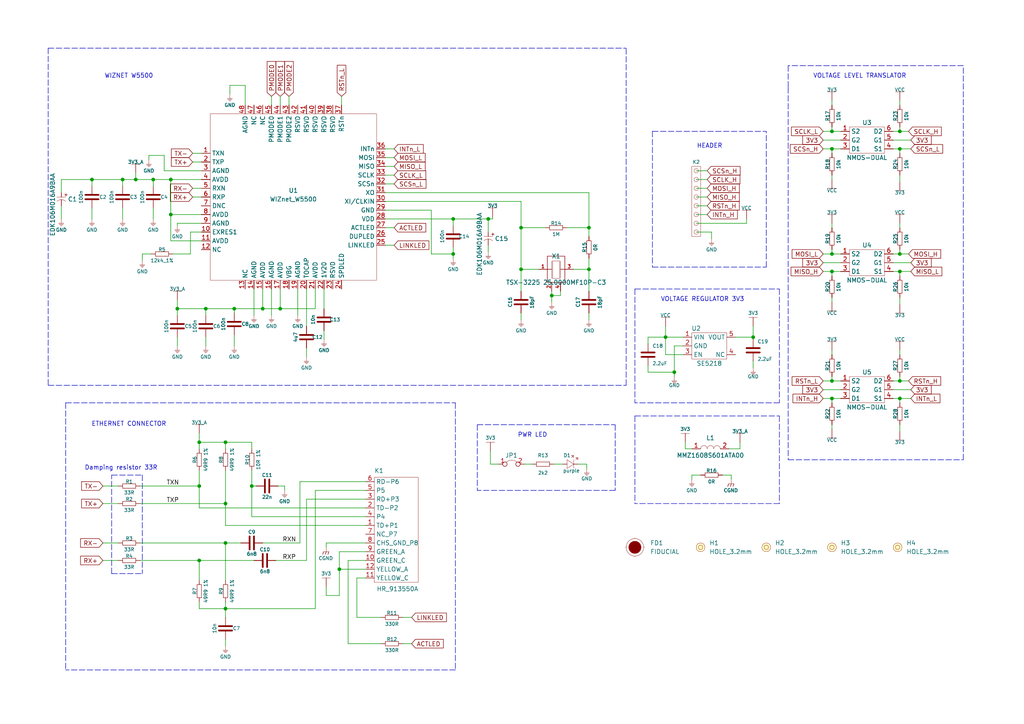
<source format=kicad_sch>
(kicad_sch (version 20210621) (generator eeschema)
  (paper "A4")
  (lib_symbols
    (symbol "e-radionica.com schematics:0402LED" (pin_numbers hide) (pin_names (offset 0.254) hide)
      (property "Reference" "D" (at -0.635 2.54 0))
      (property "Value" "0402LED" (at 0 -2.54 0))
      (symbol "0402LED_1_1"
        (pin passive line (at -1.905 0 0) (length 1.27) (name "A") (number "1"))
        (pin passive line (at 2.54 0 180) (length 1.27) (name "K") (number "2"))
      )
    )
    (symbol "e-radionica.com schematics:0402R" (pin_numbers hide) (pin_names (offset 0.254))
      (property "Reference" "R" (at -1.905 1.27 0))
      (property "Value" "0402R" (at 0 -1.27 0))
      (symbol "0402R_1_1"
        (pin passive line (at -3.175 0 0) (length 1.27) (name "~") (number "1"))
        (pin passive line (at 3.175 0 180) (length 1.27) (name "~") (number "2"))
      )
    )
    (symbol "e-radionica.com schematics:0603C" (pin_numbers hide) (pin_names (offset 0.002))
      (property "Reference" "C" (at -0.635 3.175 0))
      (property "Value" "0603C" (at 0 -3.175 0))
      (symbol "0603C_1_1"
        (pin passive line (at -3.175 0 0) (length 2.54) (name "~") (number "1"))
        (pin passive line (at 3.175 0 180) (length 2.54) (name "~") (number "2"))
      )
    )
    (symbol "e-radionica.com schematics:0603L"
      (property "Reference" "L" (at 0 1.905 0))
      (property "Value" "0603L" (at 0 -1.27 0))
      (symbol "0603L_1_1"
        (pin passive line (at -5.715 0 0) (length 2.54) (name "") (number "1"))
        (pin passive line (at 5.08 0 180) (length 2.54) (name "") (number "2"))
      )
    )
    (symbol "e-radionica.com schematics:0603R" (pin_numbers hide) (pin_names (offset 0.254))
      (property "Reference" "R" (at -1.905 1.905 0))
      (property "Value" "0603R" (at 0 -1.905 0))
      (symbol "0603R_1_1"
        (pin passive line (at -3.175 0 0) (length 1.27) (name "~") (number "1"))
        (pin passive line (at 3.175 0 180) (length 1.27) (name "~") (number "2"))
      )
    )
    (symbol "e-radionica.com schematics:3V3" (power) (pin_names (offset 0))
      (property "Value" "3V3" (at 0 3.556 0))
      (symbol "3V3_1_1"
        (pin power_in line (at 0 0 90) (length 0) hide (name "3V3") (number "1"))
      )
    )
    (symbol "e-radionica.com schematics:3V3_A" (power) (pin_names (offset 0))
      (property "Value" "3V3_A" (at 0 3.556 0))
      (symbol "3V3_A_1_1"
        (pin power_in line (at 0 0 90) (length 0) hide (name "3V3_A") (number "1"))
      )
    )
    (symbol "e-radionica.com schematics:CGND" (power) (pin_names (offset 0))
      (property "Value" "CGND" (at 0 -2.921 0))
      (symbol "CGND_1_1"
        (pin power_in line (at 0 0 270) (length 0) hide (name "CGND") (number "1"))
      )
    )
    (symbol "e-radionica.com schematics:CRYSTAL_3225_4_PAD"
      (property "Reference" "X" (at 0 7.112 0))
      (property "Value" "CRYSTAL_3225_4_PAD" (at 0 5.334 0))
      (symbol "CRYSTAL_3225_4_PAD_1_1"
        (pin passive line (at -5.08 0 0) (length 2.54) (name "") (number "1"))
        (pin power_in line (at -1.27 -6.35 90) (length 2.54) (name "") (number "2"))
        (pin output line (at 5.08 0 180) (length 2.54) (name "") (number "3"))
        (pin power_in line (at 1.27 -6.35 90) (length 2.54) (name "") (number "4"))
      )
    )
    (symbol "e-radionica.com schematics:ELECTROLITIC_CAP_4mm" (pin_numbers hide) (pin_names hide)
      (property "Reference" "C" (at -1.27 2.54 0))
      (property "Value" "ELECTROLITIC_CAP_4mm" (at 0 -2.54 0))
      (symbol "ELECTROLITIC_CAP_4mm_0_0"
        (text "+" (at -1.905 1.27 0) (effects (font (size 1 1))))
      )
      (symbol "ELECTROLITIC_CAP_4mm_1_1"
        (pin input line (at -2.54 0 0) (length 1.27) (name "+") (number "1"))
        (pin input line (at 1.27 0 180) (length 1.8) (name "-") (number "2"))
      )
    )
    (symbol "e-radionica.com schematics:FIDUCIAL" (in_bom no)
      (property "Reference" "FD" (at 0 3.81 0))
      (property "Value" "FIDUCIAL" (at 0 -3.81 0))
    )
    (symbol "e-radionica.com schematics:GND" (power) (pin_names (offset 0))
      (property "Value" "GND" (at 0 -2.921 0))
      (symbol "GND_1_1"
        (pin power_in line (at 0 0 270) (length 0) hide (name "GND") (number "1"))
      )
    )
    (symbol "e-radionica.com schematics:GND_3" (power) (pin_names (offset 0))
      (property "Value" "GND" (at 0 -2.921 0))
      (symbol "GND_3_1_1"
        (pin power_in line (at 0 0 270) (length 0) hide (name "GND") (number "1"))
      )
    )
    (symbol "e-radionica.com schematics:HEADER_MALE_8X1" (pin_numbers hide) (pin_names hide)
      (property "Reference" "K" (at -0.635 12.7 0))
      (property "Value" "HEADER_MALE_8X1" (at 0.635 -10.16 0))
      (symbol "HEADER_MALE_8X1_1_1"
        (pin passive line (at 0 -7.62 180) (length 0) (name "~") (number "1"))
        (pin passive line (at 0 -5.08 180) (length 0) (name "~") (number "2"))
        (pin passive line (at 0 -2.54 180) (length 0) (name "~") (number "3"))
        (pin passive line (at 0 0 180) (length 0) (name "~") (number "4"))
        (pin passive line (at 0 2.54 180) (length 0) (name "~") (number "5"))
        (pin passive line (at 0 5.08 180) (length 0) (name "~") (number "6"))
        (pin passive line (at 0 7.62 180) (length 0) (name "~") (number "7"))
        (pin passive line (at 0 10.16 180) (length 0) (name "~") (number "8"))
      )
    )
    (symbol "e-radionica.com schematics:HOLE_3.2mm" (pin_numbers hide) (pin_names hide)
      (property "Reference" "H" (at 0 2.54 0))
      (property "Value" "HOLE_3.2mm" (at 0 -2.54 0))
    )
    (symbol "e-radionica.com schematics:HR_913550A"
      (property "Reference" "K" (at 0 17.78 0))
      (property "Value" "HR_913550A" (at -1.27 -19.05 0))
      (symbol "HR_913550A_1_1"
        (pin input line (at -3.81 1.27 0) (length 2.54) (name "TD+P1") (number "1"))
        (pin input line (at -3.81 -8.89 0) (length 2.54) (name "GREEN_C") (number "10"))
        (pin input line (at -3.81 -13.97 0) (length 2.54) (name "YELLOW_C") (number "11"))
        (pin input line (at -3.81 -11.43 0) (length 2.54) (name "YELLOW_A") (number "12"))
        (pin input line (at -3.81 6.35 0) (length 2.54) (name "TD-P2") (number "2"))
        (pin input line (at -3.81 8.89 0) (length 2.54) (name "RD+P3") (number "3"))
        (pin input line (at -3.81 3.81 0) (length 2.54) (name "P4") (number "4"))
        (pin input line (at -3.81 11.43 0) (length 2.54) (name "P5") (number "5"))
        (pin input line (at -3.81 13.97 0) (length 2.54) (name "RD-P6") (number "6"))
        (pin input line (at -3.81 -1.27 0) (length 2.54) (name "NC_P7") (number "7"))
        (pin input line (at -3.81 -3.81 0) (length 2.54) (name "CHS_GND_P8") (number "8"))
        (pin input line (at -3.81 -6.35 0) (length 2.54) (name "GREEN_A") (number "9"))
      )
    )
    (symbol "e-radionica.com schematics:NMOS-DUAL"
      (property "Reference" "U" (at -3.81 5.08 0))
      (property "Value" "NMOS-DUAL" (at 0 -5.08 0))
      (symbol "NMOS-DUAL_1_1"
        (pin input line (at -7.62 2.54 0) (length 2.54) (name "S2") (number "1"))
        (pin input line (at -7.62 0 0) (length 2.54) (name "G2") (number "2"))
        (pin input line (at -7.62 -2.54 0) (length 2.54) (name "D1") (number "3"))
        (pin input line (at 7.62 -2.54 180) (length 2.54) (name "S1") (number "4"))
        (pin input line (at 7.62 0 180) (length 2.54) (name "G1") (number "5"))
        (pin input line (at 7.62 2.54 180) (length 2.54) (name "D2") (number "6"))
      )
    )
    (symbol "e-radionica.com schematics:SE5218"
      (property "Reference" "U" (at -3.81 5.08 0))
      (property "Value" "SE5218" (at 0 -5.08 0))
      (symbol "SE5218_1_1"
        (pin power_in line (at -7.62 2.54 0) (length 2.54) (name "VIN") (number "1"))
        (pin power_in line (at -7.62 0 0) (length 2.54) (name "GND") (number "2"))
        (pin input line (at -7.62 -2.54 0) (length 2.54) (name "EN") (number "3"))
        (pin passive line (at 7.62 -2.54 180) (length 2.54) (name "NC") (number "4"))
        (pin power_out line (at 7.62 2.54 180) (length 2.54) (name "VOUT") (number "5"))
      )
    )
    (symbol "e-radionica.com schematics:SMD-JUMPER-CONNECTED_TRACE_SLODERMASK"
      (property "Reference" "JP" (at 0 3.556 0))
      (property "Value" "SMD-JUMPER-CONNECTED_TRACE_SLODERMASK" (at 0 -2.54 0))
      (symbol "SMD-JUMPER-CONNECTED_TRACE_SLODERMASK_1_1"
        (pin passive inverted (at -4.064 0 0) (length 2.54) (name "") (number "1"))
        (pin passive inverted (at 3.556 0 180) (length 2.54) (name "") (number "2"))
      )
    )
    (symbol "e-radionica.com schematics:VCC" (power) (pin_names (offset 0))
      (property "Value" "VCC" (at 0 3.556 0))
      (symbol "VCC_1_1"
        (pin power_in line (at 0 0 90) (length 0) hide (name "VCC") (number "1"))
      )
    )
    (symbol "e-radionica.com schematics:WIZnet_W5500"
      (property "Reference" "U" (at -26.67 20.32 0))
      (property "Value" "WIZnet_W5500" (at 0 -34.29 0))
      (symbol "WIZnet_W5500_1_1"
        (pin passive line (at -26.67 12.7 0) (length 2.54) (name "TXN") (number "1"))
        (pin passive line (at -26.67 -10.16 0) (length 2.54) (name "EXRES1") (number "10"))
        (pin passive line (at -26.67 -12.7 0) (length 2.54) (name "AVDD") (number "11"))
        (pin passive line (at -26.67 -15.24 0) (length 2.54) (name "NC") (number "12"))
        (pin passive line (at -13.97 -26.67 90) (length 2.54) (name "NC") (number "13"))
        (pin passive line (at -11.43 -26.67 90) (length 2.54) (name "AGND") (number "14"))
        (pin passive line (at -8.89 -26.67 90) (length 2.54) (name "AVDD") (number "15"))
        (pin passive line (at -6.35 -26.67 90) (length 2.54) (name "AGND") (number "16"))
        (pin passive line (at -3.81 -26.67 90) (length 2.54) (name "AVDD") (number "17"))
        (pin passive line (at -1.27 -26.67 90) (length 2.54) (name "VBG") (number "18"))
        (pin passive line (at 1.27 -26.67 90) (length 2.54) (name "AGND") (number "19"))
        (pin passive line (at -26.67 10.16 0) (length 2.54) (name "TXP") (number "2"))
        (pin passive line (at 3.81 -26.67 90) (length 2.54) (name "TOCAP") (number "20"))
        (pin passive line (at 6.35 -26.67 90) (length 2.54) (name "AVDD") (number "21"))
        (pin passive line (at 8.89 -26.67 90) (length 2.54) (name "1V20") (number "22"))
        (pin passive line (at 11.43 -26.67 90) (length 2.54) (name "RSVD") (number "23"))
        (pin passive line (at 13.97 -26.67 90) (length 2.54) (name "SPDLED") (number "24"))
        (pin passive line (at 26.67 -13.97 180) (length 2.54) (name "LINKLED") (number "25"))
        (pin passive line (at 26.67 -11.43 180) (length 2.54) (name "DUPLED") (number "26"))
        (pin passive line (at 26.67 -8.89 180) (length 2.54) (name "ACTLED") (number "27"))
        (pin passive line (at 26.67 -6.35 180) (length 2.54) (name "VDD") (number "28"))
        (pin passive line (at 26.67 -3.81 180) (length 2.54) (name "GND") (number "29"))
        (pin passive line (at -26.67 7.62 0) (length 2.54) (name "AGND") (number "3"))
        (pin passive line (at 26.67 -1.27 180) (length 2.54) (name "XI/CLKIN") (number "30"))
        (pin passive line (at 26.67 1.27 180) (length 2.54) (name "XO") (number "31"))
        (pin passive line (at 26.67 3.81 180) (length 2.54) (name "SCSn") (number "32"))
        (pin passive line (at 26.67 6.35 180) (length 2.54) (name "SCLK") (number "33"))
        (pin passive line (at 26.67 8.89 180) (length 2.54) (name "MISO") (number "34"))
        (pin passive line (at 26.67 11.43 180) (length 2.54) (name "MOSI") (number "35"))
        (pin passive line (at 26.67 13.97 180) (length 2.54) (name "INTn") (number "36"))
        (pin passive line (at 13.97 26.67 270) (length 2.54) (name "RSTn") (number "37"))
        (pin passive line (at 11.43 26.67 270) (length 2.54) (name "RSVD") (number "38"))
        (pin passive line (at 8.89 26.67 270) (length 2.54) (name "RSVD") (number "39"))
        (pin passive line (at -26.67 5.08 0) (length 2.54) (name "AVDD") (number "4"))
        (pin passive line (at 6.35 26.67 270) (length 2.54) (name "RSVD") (number "40"))
        (pin passive line (at 3.81 26.67 270) (length 2.54) (name "RSVD") (number "41"))
        (pin passive line (at 1.27 26.67 270) (length 2.54) (name "RSVD") (number "42"))
        (pin passive line (at -1.27 26.67 270) (length 2.54) (name "PMODE2") (number "43"))
        (pin passive line (at -3.81 26.67 270) (length 2.54) (name "PMODE1") (number "44"))
        (pin passive line (at -6.35 26.67 270) (length 2.54) (name "PMODE0") (number "45"))
        (pin passive line (at -8.89 26.67 270) (length 2.54) (name "NC") (number "46"))
        (pin passive line (at -11.43 26.67 270) (length 2.54) (name "NC") (number "47"))
        (pin passive line (at -13.97 26.67 270) (length 2.54) (name "AGND") (number "48"))
        (pin passive line (at -26.67 2.54 0) (length 2.54) (name "RXN") (number "5"))
        (pin passive line (at -26.67 0 0) (length 2.54) (name "RXP") (number "6"))
        (pin passive line (at -26.67 -2.54 0) (length 2.54) (name "DNC") (number "7"))
        (pin passive line (at -26.67 -5.08 0) (length 2.54) (name "AVDD") (number "8"))
        (pin passive line (at -26.67 -7.62 0) (length 2.54) (name "AGND") (number "9"))
      )
    )
  )
  (junction (at 26.67 52.07) (diameter 0.9144))
  (junction (at 35.56 52.07) (diameter 0.9144))
  (junction (at 39.37 52.07) (diameter 0.9144))
  (junction (at 44.45 52.07) (diameter 0.9144))
  (junction (at 49.53 52.07) (diameter 0.9144))
  (junction (at 49.53 62.23) (diameter 0.9144))
  (junction (at 51.435 89.535) (diameter 0.9144))
  (junction (at 57.785 128.27) (diameter 0.9144))
  (junction (at 57.785 140.97) (diameter 0.9144))
  (junction (at 57.785 162.56) (diameter 0.9144))
  (junction (at 59.69 89.535) (diameter 0.9144))
  (junction (at 65.405 128.27) (diameter 0.9144))
  (junction (at 65.405 146.05) (diameter 0.9144))
  (junction (at 65.405 157.48) (diameter 0.9144))
  (junction (at 65.405 176.53) (diameter 0.9144))
  (junction (at 67.945 89.535) (diameter 0.9144))
  (junction (at 73.025 140.97) (diameter 0.9144))
  (junction (at 76.2 89.535) (diameter 0.9144))
  (junction (at 81.28 89.535) (diameter 0.9144))
  (junction (at 98.425 165.1) (diameter 0.9144))
  (junction (at 131.445 63.5) (diameter 0.9144))
  (junction (at 131.445 73.66) (diameter 0.9144))
  (junction (at 141.605 63.5) (diameter 0.9144))
  (junction (at 151.13 66.04) (diameter 0.9144))
  (junction (at 151.13 78.105) (diameter 0.9144))
  (junction (at 160.02 85.725) (diameter 0.9144))
  (junction (at 170.815 66.04) (diameter 0.9144))
  (junction (at 170.815 78.105) (diameter 0.9144))
  (junction (at 193.04 97.79) (diameter 0.9144))
  (junction (at 195.58 107.95) (diameter 0.9144))
  (junction (at 218.44 97.79) (diameter 0.9144))
  (junction (at 241.3 38.1) (diameter 0.9144))
  (junction (at 241.3 43.18) (diameter 0.9144))
  (junction (at 241.3 73.66) (diameter 0.9144))
  (junction (at 241.3 78.74) (diameter 0.9144))
  (junction (at 241.3 110.49) (diameter 0.9144))
  (junction (at 241.3 115.57) (diameter 0.9144))
  (junction (at 260.985 38.1) (diameter 0.9144))
  (junction (at 260.985 43.18) (diameter 0.9144))
  (junction (at 260.985 73.66) (diameter 0.9144))
  (junction (at 260.985 78.74) (diameter 0.9144))
  (junction (at 260.985 110.49) (diameter 0.9144))
  (junction (at 260.985 115.57) (diameter 0.9144))
  (wire (pts (xy 17.78 52.07) (xy 26.67 52.07)))
  (wire (pts (xy 17.78 55.88) (xy 17.78 52.07)))
  (wire (pts (xy 17.78 59.69) (xy 17.78 63.5)))
  (wire (pts (xy 26.67 52.07) (xy 26.67 53.975)))
  (wire (pts (xy 26.67 52.07) (xy 35.56 52.07)))
  (wire (pts (xy 26.67 60.325) (xy 26.67 63.5)))
  (wire (pts (xy 29.845 140.97) (xy 34.29 140.97)))
  (wire (pts (xy 29.845 146.05) (xy 34.29 146.05)))
  (wire (pts (xy 29.845 157.48) (xy 34.29 157.48)))
  (wire (pts (xy 29.845 162.56) (xy 34.29 162.56)))
  (wire (pts (xy 35.56 52.07) (xy 35.56 53.975)))
  (wire (pts (xy 35.56 52.07) (xy 39.37 52.07)))
  (wire (pts (xy 35.56 60.325) (xy 35.56 63.5)))
  (wire (pts (xy 39.37 50.165) (xy 39.37 52.07)))
  (wire (pts (xy 39.37 52.07) (xy 44.45 52.07)))
  (wire (pts (xy 40.64 140.97) (xy 57.785 140.97)))
  (wire (pts (xy 40.64 146.05) (xy 65.405 146.05)))
  (wire (pts (xy 40.64 157.48) (xy 65.405 157.48)))
  (wire (pts (xy 40.64 162.56) (xy 57.785 162.56)))
  (wire (pts (xy 41.275 73.66) (xy 41.275 75.565)))
  (wire (pts (xy 43.18 45.085) (xy 43.18 46.355)))
  (wire (pts (xy 43.815 73.66) (xy 41.275 73.66)))
  (wire (pts (xy 44.45 52.07) (xy 44.45 53.975)))
  (wire (pts (xy 44.45 52.07) (xy 49.53 52.07)))
  (wire (pts (xy 44.45 60.325) (xy 44.45 63.5)))
  (wire (pts (xy 47.625 45.085) (xy 43.18 45.085)))
  (wire (pts (xy 47.625 49.53) (xy 47.625 45.085)))
  (wire (pts (xy 49.53 52.07) (xy 49.53 62.23)))
  (wire (pts (xy 49.53 62.23) (xy 49.53 69.85)))
  (wire (pts (xy 50.165 73.66) (xy 55.245 73.66)))
  (wire (pts (xy 51.435 64.77) (xy 51.435 65.405)))
  (wire (pts (xy 51.435 64.77) (xy 58.42 64.77)))
  (wire (pts (xy 51.435 86.995) (xy 51.435 89.535)))
  (wire (pts (xy 51.435 89.535) (xy 59.69 89.535)))
  (wire (pts (xy 51.435 91.44) (xy 51.435 89.535)))
  (wire (pts (xy 51.435 97.79) (xy 51.435 100.33)))
  (wire (pts (xy 55.245 67.31) (xy 58.42 67.31)))
  (wire (pts (xy 55.245 73.66) (xy 55.245 67.31)))
  (wire (pts (xy 55.88 44.45) (xy 58.42 44.45)))
  (wire (pts (xy 55.88 46.99) (xy 58.42 46.99)))
  (wire (pts (xy 55.88 54.61) (xy 58.42 54.61)))
  (wire (pts (xy 55.88 57.15) (xy 58.42 57.15)))
  (wire (pts (xy 57.785 125.73) (xy 57.785 128.27)))
  (wire (pts (xy 57.785 128.27) (xy 57.785 130.175)))
  (wire (pts (xy 57.785 140.97) (xy 57.785 136.525)))
  (wire (pts (xy 57.785 147.32) (xy 57.785 140.97)))
  (wire (pts (xy 57.785 147.32) (xy 106.045 147.32)))
  (wire (pts (xy 57.785 162.56) (xy 57.785 168.275)))
  (wire (pts (xy 57.785 162.56) (xy 73.66 162.56)))
  (wire (pts (xy 57.785 174.625) (xy 57.785 176.53)))
  (wire (pts (xy 57.785 176.53) (xy 65.405 176.53)))
  (wire (pts (xy 58.42 49.53) (xy 47.625 49.53)))
  (wire (pts (xy 58.42 52.07) (xy 49.53 52.07)))
  (wire (pts (xy 58.42 62.23) (xy 49.53 62.23)))
  (wire (pts (xy 58.42 69.85) (xy 49.53 69.85)))
  (wire (pts (xy 59.69 89.535) (xy 59.69 91.44)))
  (wire (pts (xy 59.69 89.535) (xy 67.945 89.535)))
  (wire (pts (xy 59.69 97.79) (xy 59.69 100.33)))
  (wire (pts (xy 65.405 128.27) (xy 57.785 128.27)))
  (wire (pts (xy 65.405 130.175) (xy 65.405 128.27)))
  (wire (pts (xy 65.405 136.525) (xy 65.405 146.05)))
  (wire (pts (xy 65.405 152.4) (xy 65.405 146.05)))
  (wire (pts (xy 65.405 152.4) (xy 106.045 152.4)))
  (wire (pts (xy 65.405 157.48) (xy 65.405 168.275)))
  (wire (pts (xy 65.405 157.48) (xy 69.85 157.48)))
  (wire (pts (xy 65.405 174.625) (xy 65.405 176.53)))
  (wire (pts (xy 65.405 176.53) (xy 65.405 179.07)))
  (wire (pts (xy 65.405 185.42) (xy 65.405 187.325)))
  (wire (pts (xy 66.675 24.765) (xy 66.675 27.305)))
  (wire (pts (xy 67.945 89.535) (xy 67.945 90.805)))
  (wire (pts (xy 67.945 89.535) (xy 76.2 89.535)))
  (wire (pts (xy 67.945 97.155) (xy 67.945 100.33)))
  (wire (pts (xy 71.12 24.765) (xy 66.675 24.765)))
  (wire (pts (xy 71.12 30.48) (xy 71.12 24.765)))
  (wire (pts (xy 73.025 128.27) (xy 65.405 128.27)))
  (wire (pts (xy 73.025 130.175) (xy 73.025 128.27)))
  (wire (pts (xy 73.025 140.97) (xy 73.025 136.525)))
  (wire (pts (xy 73.025 140.97) (xy 74.295 140.97)))
  (wire (pts (xy 73.025 149.86) (xy 73.025 140.97)))
  (wire (pts (xy 73.025 149.86) (xy 106.045 149.86)))
  (wire (pts (xy 73.66 83.82) (xy 73.66 91.44)))
  (wire (pts (xy 76.2 83.82) (xy 76.2 89.535)))
  (wire (pts (xy 76.2 89.535) (xy 81.28 89.535)))
  (wire (pts (xy 76.2 157.48) (xy 86.995 157.48)))
  (wire (pts (xy 78.74 27.94) (xy 78.74 30.48)))
  (wire (pts (xy 78.74 83.82) (xy 78.74 91.44)))
  (wire (pts (xy 80.01 162.56) (xy 88.9 162.56)))
  (wire (pts (xy 80.645 140.97) (xy 82.55 140.97)))
  (wire (pts (xy 81.28 27.94) (xy 81.28 30.48)))
  (wire (pts (xy 81.28 83.82) (xy 81.28 89.535)))
  (wire (pts (xy 81.28 89.535) (xy 91.44 89.535)))
  (wire (pts (xy 82.55 140.97) (xy 82.55 142.24)))
  (wire (pts (xy 83.82 27.94) (xy 83.82 30.48)))
  (wire (pts (xy 86.36 83.82) (xy 86.36 91.44)))
  (wire (pts (xy 86.995 139.7) (xy 106.045 139.7)))
  (wire (pts (xy 86.995 157.48) (xy 86.995 139.7)))
  (wire (pts (xy 88.9 83.82) (xy 88.9 94.615)))
  (wire (pts (xy 88.9 100.965) (xy 88.9 103.505)))
  (wire (pts (xy 88.9 144.78) (xy 106.045 144.78)))
  (wire (pts (xy 88.9 162.56) (xy 88.9 144.78)))
  (wire (pts (xy 91.44 83.82) (xy 91.44 89.535)))
  (wire (pts (xy 91.44 142.24) (xy 91.44 176.53)))
  (wire (pts (xy 91.44 142.24) (xy 106.045 142.24)))
  (wire (pts (xy 91.44 176.53) (xy 65.405 176.53)))
  (wire (pts (xy 93.98 83.82) (xy 93.98 89.535)))
  (wire (pts (xy 93.98 95.885) (xy 93.98 98.425)))
  (wire (pts (xy 94.615 157.48) (xy 94.615 158.75)))
  (wire (pts (xy 94.615 170.18) (xy 94.615 172.72)))
  (wire (pts (xy 94.615 172.72) (xy 98.425 172.72)))
  (wire (pts (xy 98.425 160.02) (xy 106.045 160.02)))
  (wire (pts (xy 98.425 165.1) (xy 98.425 160.02)))
  (wire (pts (xy 98.425 165.1) (xy 106.045 165.1)))
  (wire (pts (xy 98.425 172.72) (xy 98.425 165.1)))
  (wire (pts (xy 99.06 27.94) (xy 99.06 30.48)))
  (wire (pts (xy 100.965 162.56) (xy 106.045 162.56)))
  (wire (pts (xy 100.965 186.69) (xy 100.965 162.56)))
  (wire (pts (xy 103.505 167.64) (xy 106.045 167.64)))
  (wire (pts (xy 103.505 179.07) (xy 103.505 167.64)))
  (wire (pts (xy 106.045 157.48) (xy 94.615 157.48)))
  (wire (pts (xy 110.49 179.07) (xy 103.505 179.07)))
  (wire (pts (xy 110.49 186.69) (xy 100.965 186.69)))
  (wire (pts (xy 111.76 43.18) (xy 114.3 43.18)))
  (wire (pts (xy 111.76 45.72) (xy 114.3 45.72)))
  (wire (pts (xy 111.76 48.26) (xy 114.3 48.26)))
  (wire (pts (xy 111.76 50.8) (xy 114.3 50.8)))
  (wire (pts (xy 111.76 53.34) (xy 114.3 53.34)))
  (wire (pts (xy 111.76 55.88) (xy 170.815 55.88)))
  (wire (pts (xy 111.76 58.42) (xy 151.13 58.42)))
  (wire (pts (xy 111.76 60.96) (xy 125.095 60.96)))
  (wire (pts (xy 111.76 63.5) (xy 131.445 63.5)))
  (wire (pts (xy 111.76 66.04) (xy 114.3 66.04)))
  (wire (pts (xy 111.76 71.12) (xy 114.3 71.12)))
  (wire (pts (xy 116.84 179.07) (xy 119.38 179.07)))
  (wire (pts (xy 116.84 186.69) (xy 119.38 186.69)))
  (wire (pts (xy 125.095 60.96) (xy 125.095 73.66)))
  (wire (pts (xy 125.095 73.66) (xy 131.445 73.66)))
  (wire (pts (xy 131.445 63.5) (xy 131.445 65.405)))
  (wire (pts (xy 131.445 63.5) (xy 141.605 63.5)))
  (wire (pts (xy 131.445 71.755) (xy 131.445 73.66)))
  (wire (pts (xy 131.445 73.66) (xy 131.445 74.93)))
  (wire (pts (xy 141.605 63.5) (xy 141.605 67.31)))
  (wire (pts (xy 141.605 63.5) (xy 142.875 63.5)))
  (wire (pts (xy 141.605 71.12) (xy 141.605 73.025)))
  (wire (pts (xy 142.24 130.81) (xy 142.24 134.62)))
  (wire (pts (xy 142.875 62.865) (xy 142.875 63.5)))
  (wire (pts (xy 144.526 134.62) (xy 142.24 134.62)))
  (wire (pts (xy 151.13 58.42) (xy 151.13 66.04)))
  (wire (pts (xy 151.13 66.04) (xy 151.13 78.105)))
  (wire (pts (xy 151.13 66.04) (xy 158.115 66.04)))
  (wire (pts (xy 151.13 78.105) (xy 151.13 84.455)))
  (wire (pts (xy 151.13 78.105) (xy 156.21 78.105)))
  (wire (pts (xy 151.13 90.805) (xy 151.13 92.71)))
  (wire (pts (xy 152.146 134.62) (xy 154.305 134.62)))
  (wire (pts (xy 160.02 84.455) (xy 160.02 85.725)))
  (wire (pts (xy 160.02 85.725) (xy 160.02 87.63)))
  (wire (pts (xy 160.655 134.62) (xy 163.195 134.62)))
  (wire (pts (xy 162.56 84.455) (xy 162.56 85.725)))
  (wire (pts (xy 162.56 85.725) (xy 160.02 85.725)))
  (wire (pts (xy 164.465 66.04) (xy 170.815 66.04)))
  (wire (pts (xy 166.37 78.105) (xy 170.815 78.105)))
  (wire (pts (xy 170.18 134.62) (xy 167.64 134.62)))
  (wire (pts (xy 170.18 134.62) (xy 170.18 135.89)))
  (wire (pts (xy 170.815 66.04) (xy 170.815 55.88)))
  (wire (pts (xy 170.815 68.58) (xy 170.815 66.04)))
  (wire (pts (xy 170.815 74.93) (xy 170.815 78.105)))
  (wire (pts (xy 170.815 78.105) (xy 170.815 84.455)))
  (wire (pts (xy 170.815 90.805) (xy 170.815 92.71)))
  (wire (pts (xy 187.96 97.79) (xy 193.04 97.79)))
  (wire (pts (xy 187.96 99.695) (xy 187.96 97.79)))
  (wire (pts (xy 187.96 106.045) (xy 187.96 107.95)))
  (wire (pts (xy 187.96 107.95) (xy 195.58 107.95)))
  (wire (pts (xy 193.04 94.615) (xy 193.04 97.79)))
  (wire (pts (xy 193.04 102.87) (xy 193.04 97.79)))
  (wire (pts (xy 195.58 100.33) (xy 195.58 107.95)))
  (wire (pts (xy 195.58 107.95) (xy 195.58 109.22)))
  (wire (pts (xy 198.12 97.79) (xy 193.04 97.79)))
  (wire (pts (xy 198.12 100.33) (xy 195.58 100.33)))
  (wire (pts (xy 198.12 102.87) (xy 193.04 102.87)))
  (wire (pts (xy 198.755 130.175) (xy 198.755 128.27)))
  (wire (pts (xy 200.66 130.175) (xy 198.755 130.175)))
  (wire (pts (xy 200.66 137.795) (xy 200.66 139.065)))
  (wire (pts (xy 201.93 49.53) (xy 205.105 49.53)))
  (wire (pts (xy 201.93 52.07) (xy 205.105 52.07)))
  (wire (pts (xy 201.93 54.61) (xy 205.105 54.61)))
  (wire (pts (xy 201.93 57.15) (xy 205.105 57.15)))
  (wire (pts (xy 201.93 59.69) (xy 205.105 59.69)))
  (wire (pts (xy 201.93 62.23) (xy 205.105 62.23)))
  (wire (pts (xy 201.93 64.77) (xy 216.535 64.77)))
  (wire (pts (xy 201.93 67.31) (xy 206.375 67.31)))
  (wire (pts (xy 203.2 137.795) (xy 200.66 137.795)))
  (wire (pts (xy 206.375 67.31) (xy 206.375 69.215)))
  (wire (pts (xy 209.55 137.795) (xy 212.09 137.795)))
  (wire (pts (xy 211.455 130.175) (xy 214.63 130.175)))
  (wire (pts (xy 212.09 137.795) (xy 212.09 139.065)))
  (wire (pts (xy 213.36 97.79) (xy 218.44 97.79)))
  (wire (pts (xy 214.63 130.175) (xy 214.63 128.27)))
  (wire (pts (xy 216.535 64.77) (xy 216.535 63.5)))
  (wire (pts (xy 218.44 94.615) (xy 218.44 97.79)))
  (wire (pts (xy 218.44 97.79) (xy 218.44 98.425)))
  (wire (pts (xy 218.44 104.775) (xy 218.44 106.68)))
  (wire (pts (xy 238.76 38.1) (xy 241.3 38.1)))
  (wire (pts (xy 238.76 40.64) (xy 243.84 40.64)))
  (wire (pts (xy 238.76 43.18) (xy 241.3 43.18)))
  (wire (pts (xy 238.76 73.66) (xy 241.3 73.66)))
  (wire (pts (xy 238.76 76.2) (xy 243.84 76.2)))
  (wire (pts (xy 238.76 78.74) (xy 241.3 78.74)))
  (wire (pts (xy 238.76 110.49) (xy 241.3 110.49)))
  (wire (pts (xy 238.76 113.03) (xy 243.84 113.03)))
  (wire (pts (xy 238.76 115.57) (xy 241.3 115.57)))
  (wire (pts (xy 241.3 29.21) (xy 241.3 30.48)))
  (wire (pts (xy 241.3 36.83) (xy 241.3 38.1)))
  (wire (pts (xy 241.3 38.1) (xy 243.84 38.1)))
  (wire (pts (xy 241.3 43.18) (xy 241.3 44.45)))
  (wire (pts (xy 241.3 43.18) (xy 243.84 43.18)))
  (wire (pts (xy 241.3 50.8) (xy 241.3 52.07)))
  (wire (pts (xy 241.3 64.77) (xy 241.3 66.04)))
  (wire (pts (xy 241.3 72.39) (xy 241.3 73.66)))
  (wire (pts (xy 241.3 73.66) (xy 243.84 73.66)))
  (wire (pts (xy 241.3 78.74) (xy 241.3 80.01)))
  (wire (pts (xy 241.3 78.74) (xy 243.84 78.74)))
  (wire (pts (xy 241.3 86.36) (xy 241.3 87.63)))
  (wire (pts (xy 241.3 101.6) (xy 241.3 102.87)))
  (wire (pts (xy 241.3 109.22) (xy 241.3 110.49)))
  (wire (pts (xy 241.3 110.49) (xy 243.84 110.49)))
  (wire (pts (xy 241.3 115.57) (xy 241.3 116.84)))
  (wire (pts (xy 241.3 115.57) (xy 243.84 115.57)))
  (wire (pts (xy 241.3 123.19) (xy 241.3 124.46)))
  (wire (pts (xy 259.08 38.1) (xy 260.985 38.1)))
  (wire (pts (xy 259.08 40.64) (xy 264.16 40.64)))
  (wire (pts (xy 259.08 43.18) (xy 260.985 43.18)))
  (wire (pts (xy 259.08 73.66) (xy 260.985 73.66)))
  (wire (pts (xy 259.08 76.2) (xy 264.16 76.2)))
  (wire (pts (xy 259.08 78.74) (xy 260.985 78.74)))
  (wire (pts (xy 259.08 110.49) (xy 260.985 110.49)))
  (wire (pts (xy 259.08 113.03) (xy 264.16 113.03)))
  (wire (pts (xy 259.08 115.57) (xy 260.985 115.57)))
  (wire (pts (xy 260.985 29.21) (xy 260.985 30.48)))
  (wire (pts (xy 260.985 36.83) (xy 260.985 38.1)))
  (wire (pts (xy 260.985 38.1) (xy 263.525 38.1)))
  (wire (pts (xy 260.985 43.18) (xy 260.985 44.45)))
  (wire (pts (xy 260.985 43.18) (xy 264.16 43.18)))
  (wire (pts (xy 260.985 50.8) (xy 260.985 52.705)))
  (wire (pts (xy 260.985 64.77) (xy 260.985 66.04)))
  (wire (pts (xy 260.985 72.39) (xy 260.985 73.66)))
  (wire (pts (xy 260.985 73.66) (xy 263.525 73.66)))
  (wire (pts (xy 260.985 78.74) (xy 260.985 80.01)))
  (wire (pts (xy 260.985 78.74) (xy 264.16 78.74)))
  (wire (pts (xy 260.985 86.36) (xy 260.985 88.265)))
  (wire (pts (xy 260.985 101.6) (xy 260.985 102.87)))
  (wire (pts (xy 260.985 109.22) (xy 260.985 110.49)))
  (wire (pts (xy 260.985 110.49) (xy 263.525 110.49)))
  (wire (pts (xy 260.985 115.57) (xy 260.985 116.84)))
  (wire (pts (xy 260.985 115.57) (xy 264.16 115.57)))
  (wire (pts (xy 260.985 123.19) (xy 260.985 125.095)))
  (polyline (pts (xy 13.97 13.97) (xy 13.97 111.76)) (stroke (width 0) (type dash)))
  (polyline (pts (xy 13.97 13.97) (xy 181.61 13.97)) (stroke (width 0) (type dash)))
  (polyline (pts (xy 13.97 111.76) (xy 181.61 111.76)) (stroke (width 0) (type dash)))
  (polyline (pts (xy 19.05 116.84) (xy 19.05 194.31)) (stroke (width 0) (type dash)))
  (polyline (pts (xy 19.05 116.84) (xy 132.08 116.84)) (stroke (width 0) (type dash)))
  (polyline (pts (xy 32.385 137.795) (xy 41.275 137.795)) (stroke (width 0) (type dash)))
  (polyline (pts (xy 32.385 166.37) (xy 32.385 137.795)) (stroke (width 0) (type dash)))
  (polyline (pts (xy 32.385 166.37) (xy 41.275 166.37)) (stroke (width 0) (type dash)))
  (polyline (pts (xy 41.275 137.795) (xy 41.275 166.37)) (stroke (width 0) (type dash)))
  (polyline (pts (xy 132.08 116.84) (xy 132.08 194.31)) (stroke (width 0) (type dash)))
  (polyline (pts (xy 132.08 194.31) (xy 19.05 194.31)) (stroke (width 0) (type dash)))
  (polyline (pts (xy 138.43 123.19) (xy 138.43 142.24)) (stroke (width 0) (type dash)))
  (polyline (pts (xy 138.43 123.19) (xy 178.435 123.19)) (stroke (width 0) (type dash)))
  (polyline (pts (xy 178.435 123.19) (xy 178.435 142.24)) (stroke (width 0) (type dash)))
  (polyline (pts (xy 178.435 142.24) (xy 138.43 142.24)) (stroke (width 0) (type dash)))
  (polyline (pts (xy 181.61 111.76) (xy 181.61 13.97)) (stroke (width 0) (type dash)))
  (polyline (pts (xy 184.15 83.82) (xy 184.15 116.84)) (stroke (width 0) (type dash)))
  (polyline (pts (xy 184.15 83.82) (xy 226.06 83.82)) (stroke (width 0) (type dash)))
  (polyline (pts (xy 184.15 120.65) (xy 184.15 146.05)) (stroke (width 0) (type dash)))
  (polyline (pts (xy 184.15 120.65) (xy 226.06 120.65)) (stroke (width 0) (type dash)))
  (polyline (pts (xy 189.23 38.1) (xy 189.23 77.47)) (stroke (width 0) (type dash)))
  (polyline (pts (xy 189.23 38.1) (xy 222.25 38.1)) (stroke (width 0) (type dash)))
  (polyline (pts (xy 189.23 77.47) (xy 222.25 77.47)) (stroke (width 0) (type dash)))
  (polyline (pts (xy 222.25 77.47) (xy 222.25 38.1)) (stroke (width 0) (type dash)))
  (polyline (pts (xy 226.06 83.82) (xy 226.06 116.84)) (stroke (width 0) (type dash)))
  (polyline (pts (xy 226.06 116.84) (xy 184.15 116.84)) (stroke (width 0) (type dash)))
  (polyline (pts (xy 226.06 120.65) (xy 226.06 146.05)) (stroke (width 0) (type dash)))
  (polyline (pts (xy 226.06 146.05) (xy 184.15 146.05)) (stroke (width 0) (type dash)))
  (polyline (pts (xy 228.6 19.05) (xy 228.6 25.4)) (stroke (width 0) (type dash)))
  (polyline (pts (xy 228.6 25.4) (xy 228.6 133.35)) (stroke (width 0) (type dash)))
  (polyline (pts (xy 228.6 133.35) (xy 279.4 133.35)) (stroke (width 0) (type dash)))
  (polyline (pts (xy 279.4 19.05) (xy 228.6 19.05)) (stroke (width 0) (type dash)))
  (polyline (pts (xy 279.4 133.35) (xy 279.4 19.05)) (stroke (width 0) (type dash)))
  (text "WIZNET W5500" (at 44.45 22.86 180) (effects (font (size 1.27 1.27)) (justify right bottom)))
  (text "Damping resistor 33R" (at 45.72 136.525 180) (effects (font (size 1.27 1.27)) (justify right bottom)))
  (text "ETHERNET CONNECTOR" (at 48.26 123.825 180) (effects (font (size 1.27 1.27)) (justify right bottom)))
  (text "PWR LED" (at 158.75 127 180) (effects (font (size 1.27 1.27)) (justify right bottom)))
  (text "HEADER" (at 209.55 43.18 180) (effects (font (size 1.27 1.27)) (justify right bottom)))
  (text "VOLTAGE REGULATOR 3V3" (at 215.9 87.63 180) (effects (font (size 1.27 1.27)) (justify right bottom)))
  (text "VOLTAGE LEVEL TRANSLATOR" (at 262.89 22.86 180) (effects (font (size 1.27 1.27)) (justify right bottom)))
  (label "TXN" (at 48.26 140.97 0))
  (label "TXP" (at 48.26 146.05 0))
  (label "RXN" (at 81.915 157.48 0))
  (label "RXP" (at 81.915 162.56 0))
  (global_label "TX-" (shape input) (at 29.845 140.97 180) (property "Intersheet References" "${INTERSHEET_REFS}" (effects hide)))
  (global_label "TX+" (shape input) (at 29.845 146.05 180) (property "Intersheet References" "${INTERSHEET_REFS}" (effects hide)))
  (global_label "RX-" (shape input) (at 29.845 157.48 180) (property "Intersheet References" "${INTERSHEET_REFS}" (effects hide)))
  (global_label "RX+" (shape input) (at 29.845 162.56 180) (property "Intersheet References" "${INTERSHEET_REFS}" (effects hide)))
  (global_label "TX-" (shape input) (at 55.88 44.45 180) (property "Intersheet References" "${INTERSHEET_REFS}" (effects hide)))
  (global_label "TX+" (shape input) (at 55.88 46.99 180) (property "Intersheet References" "${INTERSHEET_REFS}" (effects hide)))
  (global_label "RX-" (shape input) (at 55.88 54.61 180) (property "Intersheet References" "${INTERSHEET_REFS}" (effects hide)))
  (global_label "RX+" (shape input) (at 55.88 57.15 180) (property "Intersheet References" "${INTERSHEET_REFS}" (effects hide)))
  (global_label "PMODE0" (shape input) (at 78.74 27.94 90) (property "Intersheet References" "${INTERSHEET_REFS}" (effects hide)))
  (global_label "PMODE1" (shape input) (at 81.28 27.94 90) (property "Intersheet References" "${INTERSHEET_REFS}" (effects hide)))
  (global_label "PMODE2" (shape input) (at 83.82 27.94 90) (property "Intersheet References" "${INTERSHEET_REFS}" (effects hide)))
  (global_label "RSTn_L" (shape input) (at 99.06 27.94 90) (property "Intersheet References" "${INTERSHEET_REFS}" (effects hide)))
  (global_label "INTn_L" (shape input) (at 114.3 43.18 0) (property "Intersheet References" "${INTERSHEET_REFS}" (effects hide)))
  (global_label "MOSI_L" (shape input) (at 114.3 45.72 0) (property "Intersheet References" "${INTERSHEET_REFS}" (effects hide)))
  (global_label "MISO_L" (shape input) (at 114.3 48.26 0) (property "Intersheet References" "${INTERSHEET_REFS}" (effects hide)))
  (global_label "SCLK_L" (shape input) (at 114.3 50.8 0) (property "Intersheet References" "${INTERSHEET_REFS}" (effects hide)))
  (global_label "SCSn_L" (shape input) (at 114.3 53.34 0) (property "Intersheet References" "${INTERSHEET_REFS}" (effects hide)))
  (global_label "ACTLED" (shape input) (at 114.3 66.04 0) (property "Intersheet References" "${INTERSHEET_REFS}" (effects hide)))
  (global_label "LINKLED" (shape input) (at 114.3 71.12 0) (property "Intersheet References" "${INTERSHEET_REFS}" (effects hide)))
  (global_label "LINKLED" (shape input) (at 119.38 179.07 0) (property "Intersheet References" "${INTERSHEET_REFS}" (effects hide)))
  (global_label "ACTLED" (shape input) (at 119.38 186.69 0) (property "Intersheet References" "${INTERSHEET_REFS}" (effects hide)))
  (global_label "SCSn_H" (shape input) (at 205.105 49.53 0) (property "Intersheet References" "${INTERSHEET_REFS}" (effects hide)))
  (global_label "SCLK_H" (shape input) (at 205.105 52.07 0) (property "Intersheet References" "${INTERSHEET_REFS}" (effects hide)))
  (global_label "MOSI_H" (shape input) (at 205.105 54.61 0) (property "Intersheet References" "${INTERSHEET_REFS}" (effects hide)))
  (global_label "MISO_H" (shape input) (at 205.105 57.15 0) (property "Intersheet References" "${INTERSHEET_REFS}" (effects hide)))
  (global_label "RSTn_H" (shape input) (at 205.105 59.69 0) (property "Intersheet References" "${INTERSHEET_REFS}" (effects hide)))
  (global_label "INTn_H" (shape input) (at 205.105 62.23 0) (property "Intersheet References" "${INTERSHEET_REFS}" (effects hide)))
  (global_label "SCLK_L" (shape input) (at 238.76 38.1 180) (property "Intersheet References" "${INTERSHEET_REFS}" (effects hide)))
  (global_label "3V3" (shape input) (at 238.76 40.64 180) (property "Intersheet References" "${INTERSHEET_REFS}" (effects hide)))
  (global_label "SCSn_H" (shape input) (at 238.76 43.18 180) (property "Intersheet References" "${INTERSHEET_REFS}" (effects hide)))
  (global_label "MOSI_L" (shape input) (at 238.76 73.66 180) (property "Intersheet References" "${INTERSHEET_REFS}" (effects hide)))
  (global_label "3V3" (shape input) (at 238.76 76.2 180) (property "Intersheet References" "${INTERSHEET_REFS}" (effects hide)))
  (global_label "MISO_H" (shape input) (at 238.76 78.74 180) (property "Intersheet References" "${INTERSHEET_REFS}" (effects hide)))
  (global_label "RSTn_L" (shape input) (at 238.76 110.49 180) (property "Intersheet References" "${INTERSHEET_REFS}" (effects hide)))
  (global_label "3V3" (shape input) (at 238.76 113.03 180) (property "Intersheet References" "${INTERSHEET_REFS}" (effects hide)))
  (global_label "INTn_H" (shape input) (at 238.76 115.57 180) (property "Intersheet References" "${INTERSHEET_REFS}" (effects hide)))
  (global_label "SCLK_H" (shape input) (at 263.525 38.1 0) (property "Intersheet References" "${INTERSHEET_REFS}" (effects hide)))
  (global_label "MOSI_H" (shape input) (at 263.525 73.66 0) (property "Intersheet References" "${INTERSHEET_REFS}" (effects hide)))
  (global_label "RSTn_H" (shape input) (at 263.525 110.49 0) (property "Intersheet References" "${INTERSHEET_REFS}" (effects hide)))
  (global_label "3V3" (shape input) (at 264.16 40.64 0) (property "Intersheet References" "${INTERSHEET_REFS}" (effects hide)))
  (global_label "SCSn_L" (shape input) (at 264.16 43.18 0) (property "Intersheet References" "${INTERSHEET_REFS}" (effects hide)))
  (global_label "3V3" (shape input) (at 264.16 76.2 0) (property "Intersheet References" "${INTERSHEET_REFS}" (effects hide)))
  (global_label "MISO_L" (shape input) (at 264.16 78.74 0) (property "Intersheet References" "${INTERSHEET_REFS}" (effects hide)))
  (global_label "3V3" (shape input) (at 264.16 113.03 0) (property "Intersheet References" "${INTERSHEET_REFS}" (effects hide)))
  (global_label "INTn_L" (shape input) (at 264.16 115.57 0) (property "Intersheet References" "${INTERSHEET_REFS}" (effects hide)))
  (symbol (lib_id "e-radionica.com schematics:GND") (at 17.78 63.5 0) (unit 1)
    (property "Reference" "#PWR01" (effects hide))
    (property "Value" "GND" (at 17.78 66.675 0) (effects (font (size 1 1))))
  )
  (symbol (lib_id "e-radionica.com schematics:GND") (at 26.67 63.5 0) (unit 1)
    (property "Reference" "#PWR02" (effects hide))
    (property "Value" "GND" (at 26.67 66.675 0) (effects (font (size 1 1))))
  )
  (symbol (lib_id "e-radionica.com schematics:GND") (at 35.56 63.5 0) (unit 1)
    (property "Reference" "#PWR03" (effects hide))
    (property "Value" "GND" (at 35.56 66.675 0) (effects (font (size 1 1))))
  )
  (symbol (lib_id "e-radionica.com schematics:GND") (at 41.275 75.565 0) (unit 1)
    (property "Reference" "#PWR05" (effects hide))
    (property "Value" "GND" (at 41.275 78.74 0) (effects (font (size 1 1))))
  )
  (symbol (lib_id "e-radionica.com schematics:GND") (at 43.18 46.355 0) (unit 1)
    (property "Reference" "#PWR06" (effects hide))
    (property "Value" "GND" (at 43.18 49.53 0) (effects (font (size 1 1))))
  )
  (symbol (lib_id "e-radionica.com schematics:GND") (at 44.45 63.5 0) (unit 1)
    (property "Reference" "#PWR07" (effects hide))
    (property "Value" "GND" (at 44.45 66.675 0) (effects (font (size 1 1))))
  )
  (symbol (lib_id "e-radionica.com schematics:GND") (at 51.435 65.405 0) (unit 1)
    (property "Reference" "#PWR08" (effects hide))
    (property "Value" "GND" (at 51.435 68.58 0) (effects (font (size 1 1))))
  )
  (symbol (lib_id "e-radionica.com schematics:GND") (at 51.435 100.33 0) (unit 1)
    (property "Reference" "#PWR010" (effects hide))
    (property "Value" "GND" (at 51.435 103.505 0) (effects (font (size 1 1))))
  )
  (symbol (lib_id "e-radionica.com schematics:GND") (at 59.69 100.33 0) (unit 1)
    (property "Reference" "#PWR012" (effects hide))
    (property "Value" "GND" (at 59.69 103.505 0) (effects (font (size 1 1))))
  )
  (symbol (lib_id "e-radionica.com schematics:GND") (at 65.405 187.325 0) (unit 1)
    (property "Reference" "#PWR013" (effects hide))
    (property "Value" "GND" (at 65.405 190.5 0) (effects (font (size 1 1))))
  )
  (symbol (lib_id "e-radionica.com schematics:GND") (at 66.675 27.305 0) (unit 1)
    (property "Reference" "#PWR014" (effects hide))
    (property "Value" "GND" (at 66.675 30.48 0) (effects (font (size 1 1))))
  )
  (symbol (lib_id "e-radionica.com schematics:GND") (at 67.945 100.33 0) (unit 1)
    (property "Reference" "#PWR015" (effects hide))
    (property "Value" "GND" (at 67.945 103.505 0) (effects (font (size 1 1))))
  )
  (symbol (lib_id "e-radionica.com schematics:GND") (at 73.66 91.44 0) (unit 1)
    (property "Reference" "#PWR016" (effects hide))
    (property "Value" "GND" (at 73.66 94.615 0) (effects (font (size 1 1))))
  )
  (symbol (lib_id "e-radionica.com schematics:GND") (at 78.74 91.44 0) (unit 1)
    (property "Reference" "#PWR017" (effects hide))
    (property "Value" "GND" (at 78.74 94.615 0) (effects (font (size 1 1))))
  )
  (symbol (lib_id "e-radionica.com schematics:GND") (at 82.55 142.24 0) (unit 1)
    (property "Reference" "#PWR018" (effects hide))
    (property "Value" "GND" (at 82.55 145.415 0) (effects (font (size 1 1))))
  )
  (symbol (lib_id "e-radionica.com schematics:GND") (at 86.36 91.44 0) (unit 1)
    (property "Reference" "#PWR019" (effects hide))
    (property "Value" "GND" (at 86.36 94.615 0) (effects (font (size 1 1))))
  )
  (symbol (lib_id "e-radionica.com schematics:GND") (at 88.9 103.505 0) (unit 1)
    (property "Reference" "#PWR020" (effects hide))
    (property "Value" "GND" (at 88.9 106.68 0) (effects (font (size 1 1))))
  )
  (symbol (lib_id "e-radionica.com schematics:GND") (at 93.98 98.425 0) (unit 1)
    (property "Reference" "#PWR021" (effects hide))
    (property "Value" "GND" (at 93.98 101.6 0) (effects (font (size 1 1))))
  )
  (symbol (lib_id "e-radionica.com schematics:GND") (at 131.445 74.93 0) (unit 1)
    (property "Reference" "#PWR024" (effects hide))
    (property "Value" "GND" (at 131.445 78.105 0) (effects (font (size 1 1))))
  )
  (symbol (lib_id "e-radionica.com schematics:GND") (at 141.605 73.025 0) (unit 1)
    (property "Reference" "#PWR025" (effects hide))
    (property "Value" "GND" (at 141.605 76.2 0) (effects (font (size 1 1))))
  )
  (symbol (lib_id "e-radionica.com schematics:GND") (at 151.13 92.71 0) (unit 1)
    (property "Reference" "#PWR028" (effects hide))
    (property "Value" "GND" (at 151.13 95.885 0) (effects (font (size 1 1))))
  )
  (symbol (lib_id "e-radionica.com schematics:GND") (at 160.02 87.63 0) (unit 1)
    (property "Reference" "#PWR029" (effects hide))
    (property "Value" "GND" (at 160.02 90.805 0) (effects (font (size 1 1))))
  )
  (symbol (lib_name "e-radionica.com schematics:GND_3") (lib_id "e-radionica.com schematics:GND") (at 170.18 135.89 0) (unit 1)
    (property "Reference" "#PWR030" (effects hide))
    (property "Value" "GND" (at 170.18 138.811 0) (effects (font (size 1 1))))
  )
  (symbol (lib_id "e-radionica.com schematics:GND") (at 170.815 92.71 0) (unit 1)
    (property "Reference" "#PWR031" (effects hide))
    (property "Value" "GND" (at 170.815 95.885 0) (effects (font (size 1 1))))
  )
  (symbol (lib_id "e-radionica.com schematics:GND") (at 195.58 109.22 0) (unit 1)
    (property "Reference" "#PWR033" (effects hide))
    (property "Value" "GND" (at 195.58 111.76 0) (effects (font (size 1 1))))
  )
  (symbol (lib_id "e-radionica.com schematics:GND") (at 200.66 139.065 0) (unit 1)
    (property "Reference" "#PWR035" (effects hide))
    (property "Value" "GND" (at 200.66 142.24 0) (effects (font (size 1 1))))
  )
  (symbol (lib_id "e-radionica.com schematics:GND") (at 206.375 69.215 0) (unit 1)
    (property "Reference" "#PWR036" (effects hide))
    (property "Value" "GND" (at 206.375 72.39 0) (effects (font (size 1 1))))
  )
  (symbol (lib_id "e-radionica.com schematics:GND") (at 218.44 106.68 0) (unit 1)
    (property "Reference" "#PWR041" (effects hide))
    (property "Value" "GND" (at 218.44 109.22 0) (effects (font (size 1 1))))
  )
  (symbol (lib_id "e-radionica.com schematics:CGND") (at 94.615 158.75 0) (unit 1)
    (property "Reference" "#PWR022" (effects hide))
    (property "Value" "CGND" (at 94.488 161.925 0) (effects (font (size 1 1))))
  )
  (symbol (lib_id "e-radionica.com schematics:CGND") (at 212.09 139.065 0) (unit 1)
    (property "Reference" "#PWR037" (effects hide))
    (property "Value" "CGND" (at 211.963 142.24 0) (effects (font (size 1 1))))
  )
  (symbol (lib_id "e-radionica.com schematics:HOLE_3.2mm") (at 203.2 158.75 0) (unit 1)
    (property "Reference" "H1" (at 205.74 157.4799 0) (effects (justify left)))
    (property "Value" "HOLE_3.2mm" (at 205.74 160.0199 0) (effects (justify left)))
    (property "Footprint" "e-radionica.com footprinti:HOLE_3.2mm" (effects hide))
  )
  (symbol (lib_id "e-radionica.com schematics:HOLE_3.2mm") (at 222.25 158.75 0) (unit 1)
    (property "Reference" "H2" (at 224.79 157.4799 0) (effects (justify left)))
    (property "Value" "HOLE_3.2mm" (at 224.79 160.0199 0) (effects (justify left)))
    (property "Footprint" "e-radionica.com footprinti:HOLE_3.2mm" (effects hide))
  )
  (symbol (lib_id "e-radionica.com schematics:HOLE_3.2mm") (at 241.3 158.75 0) (unit 1)
    (property "Reference" "H3" (at 243.84 157.4799 0) (effects (justify left)))
    (property "Value" "HOLE_3.2mm" (at 243.84 160.0199 0) (effects (justify left)))
    (property "Footprint" "e-radionica.com footprinti:HOLE_3.2mm" (effects hide))
  )
  (symbol (lib_id "e-radionica.com schematics:HOLE_3.2mm") (at 260.35 158.75 0) (unit 1)
    (property "Reference" "H4" (at 262.89 157.4799 0) (effects (justify left)))
    (property "Value" "HOLE_3.2mm" (at 262.89 160.0199 0) (effects (justify left)))
    (property "Footprint" "e-radionica.com footprinti:HOLE_3.2mm" (effects hide))
  )
  (symbol (lib_id "e-radionica.com schematics:3V3_A") (at 39.37 50.165 0) (unit 1)
    (property "Reference" "#PWR04" (effects hide))
    (property "Value" "3V3_A" (at 39.37 46.99 0) (effects (font (size 1 1))))
  )
  (symbol (lib_id "e-radionica.com schematics:3V3_A") (at 51.435 86.995 0) (unit 1)
    (property "Reference" "#PWR09" (effects hide))
    (property "Value" "3V3_A" (at 51.435 83.82 0) (effects (font (size 1 1))))
  )
  (symbol (lib_id "e-radionica.com schematics:3V3_A") (at 57.785 125.73 0) (unit 1)
    (property "Reference" "#PWR011" (effects hide))
    (property "Value" "3V3_A" (at 57.785 122.555 0) (effects (font (size 1 1))))
  )
  (symbol (lib_id "e-radionica.com schematics:3V3") (at 94.615 170.18 0) (unit 1)
    (property "Reference" "#PWR023" (effects hide))
    (property "Value" "3V3" (at 94.615 166.37 0) (effects (font (size 1 1))))
  )
  (symbol (lib_id "e-radionica.com schematics:3V3") (at 142.24 130.81 0) (unit 1)
    (property "Reference" "#PWR026" (effects hide))
    (property "Value" "3V3" (at 142.24 127 0) (effects (font (size 1 1))))
  )
  (symbol (lib_id "e-radionica.com schematics:3V3") (at 142.875 62.865 0) (unit 1)
    (property "Reference" "#PWR027" (effects hide))
    (property "Value" "3V3" (at 142.875 59.69 0) (effects (font (size 1 1))))
  )
  (symbol (lib_id "e-radionica.com schematics:VCC") (at 193.04 94.615 0) (unit 1)
    (property "Reference" "#PWR032" (effects hide))
    (property "Value" "VCC" (at 193.04 91.44 0) (effects (font (size 1 1))))
  )
  (symbol (lib_id "e-radionica.com schematics:3V3") (at 198.755 128.27 0) (unit 1)
    (property "Reference" "#PWR034" (effects hide))
    (property "Value" "3V3" (at 198.755 124.46 0) (effects (font (size 1 1))))
  )
  (symbol (lib_id "e-radionica.com schematics:3V3_A") (at 214.63 128.27 0) (unit 1)
    (property "Reference" "#PWR038" (effects hide))
    (property "Value" "3V3_A" (at 214.63 125.095 0) (effects (font (size 1 1))))
  )
  (symbol (lib_id "e-radionica.com schematics:VCC") (at 216.535 63.5 0) (unit 1)
    (property "Reference" "#PWR039" (effects hide))
    (property "Value" "VCC" (at 216.535 60.325 0) (effects (font (size 1 1))))
  )
  (symbol (lib_id "e-radionica.com schematics:3V3") (at 218.44 94.615 0) (unit 1)
    (property "Reference" "#PWR040" (effects hide))
    (property "Value" "3V3" (at 218.44 90.805 0) (effects (font (size 1 1))))
  )
  (symbol (lib_id "e-radionica.com schematics:3V3") (at 241.3 29.21 0) (unit 1)
    (property "Reference" "#PWR042" (effects hide))
    (property "Value" "3V3" (at 241.3 26.035 0) (effects (font (size 1 1))))
  )
  (symbol (lib_id "e-radionica.com schematics:VCC") (at 241.3 52.07 180) (unit 1)
    (property "Reference" "#PWR043" (effects hide))
    (property "Value" "VCC" (at 241.3 55.245 0) (effects (font (size 1 1))))
  )
  (symbol (lib_id "e-radionica.com schematics:3V3") (at 241.3 64.77 0) (unit 1)
    (property "Reference" "#PWR044" (effects hide))
    (property "Value" "3V3" (at 241.3 61.595 0) (effects (font (size 1 1))))
  )
  (symbol (lib_id "e-radionica.com schematics:VCC") (at 241.3 87.63 180) (unit 1)
    (property "Reference" "#PWR045" (effects hide))
    (property "Value" "VCC" (at 241.3 90.805 0) (effects (font (size 1 1))))
  )
  (symbol (lib_id "e-radionica.com schematics:3V3") (at 241.3 101.6 0) (unit 1)
    (property "Reference" "#PWR046" (effects hide))
    (property "Value" "3V3" (at 241.3 98.425 0) (effects (font (size 1 1))))
  )
  (symbol (lib_id "e-radionica.com schematics:VCC") (at 241.3 124.46 180) (unit 1)
    (property "Reference" "#PWR047" (effects hide))
    (property "Value" "VCC" (at 241.3 127.635 0) (effects (font (size 1 1))))
  )
  (symbol (lib_id "e-radionica.com schematics:VCC") (at 260.985 29.21 0) (unit 1)
    (property "Reference" "#PWR048" (effects hide))
    (property "Value" "VCC" (at 260.985 26.035 0) (effects (font (size 1 1))))
  )
  (symbol (lib_id "e-radionica.com schematics:3V3") (at 260.985 52.705 180) (unit 1)
    (property "Reference" "#PWR049" (effects hide))
    (property "Value" "3V3" (at 260.985 55.88 0) (effects (font (size 1 1))))
  )
  (symbol (lib_id "e-radionica.com schematics:VCC") (at 260.985 64.77 0) (unit 1)
    (property "Reference" "#PWR050" (effects hide))
    (property "Value" "VCC" (at 260.985 61.595 0) (effects (font (size 1 1))))
  )
  (symbol (lib_id "e-radionica.com schematics:3V3") (at 260.985 88.265 180) (unit 1)
    (property "Reference" "#PWR051" (effects hide))
    (property "Value" "3V3" (at 260.985 91.44 0) (effects (font (size 1 1))))
  )
  (symbol (lib_id "e-radionica.com schematics:VCC") (at 260.985 101.6 0) (unit 1)
    (property "Reference" "#PWR052" (effects hide))
    (property "Value" "VCC" (at 260.985 98.425 0) (effects (font (size 1 1))))
  )
  (symbol (lib_id "e-radionica.com schematics:3V3") (at 260.985 125.095 180) (unit 1)
    (property "Reference" "#PWR053" (effects hide))
    (property "Value" "3V3" (at 260.985 128.27 0) (effects (font (size 1 1))))
  )
  (symbol (lib_id "e-radionica.com schematics:0603R") (at 37.465 140.97 0) (unit 1)
    (property "Reference" "R1" (at 37.465 139.7 0) (effects (font (size 1 1))))
    (property "Value" "33R" (at 37.465 142.875 0) (effects (font (size 1 1))))
    (property "Footprint" "e-radionica.com footprinti:0603R" (effects hide))
  )
  (symbol (lib_id "e-radionica.com schematics:0603R") (at 37.465 146.05 0) (unit 1)
    (property "Reference" "R2" (at 37.465 144.78 0) (effects (font (size 1 1))))
    (property "Value" "33R" (at 37.465 147.955 0) (effects (font (size 1 1))))
    (property "Footprint" "e-radionica.com footprinti:0603R" (effects hide))
  )
  (symbol (lib_id "e-radionica.com schematics:0603R") (at 37.465 157.48 0) (unit 1)
    (property "Reference" "R3" (at 37.465 156.21 0) (effects (font (size 1 1))))
    (property "Value" "33R" (at 37.465 159.385 0) (effects (font (size 1 1))))
    (property "Footprint" "e-radionica.com footprinti:0603R" (effects hide))
  )
  (symbol (lib_id "e-radionica.com schematics:0603R") (at 37.465 162.56 0) (unit 1)
    (property "Reference" "R4" (at 37.465 161.29 0) (effects (font (size 1 1))))
    (property "Value" "33R" (at 37.465 164.465 0) (effects (font (size 1 1))))
    (property "Footprint" "e-radionica.com footprinti:0603R" (effects hide))
  )
  (symbol (lib_id "e-radionica.com schematics:0603R") (at 46.99 73.66 0) (unit 1)
    (property "Reference" "R5" (at 46.99 72.39 0) (effects (font (size 1 1))))
    (property "Value" "12k4_1%" (at 46.99 75.565 0) (effects (font (size 1 1))))
    (property "Footprint" "e-radionica.com footprinti:0603R" (effects hide))
  )
  (symbol (lib_id "e-radionica.com schematics:0603R") (at 57.785 133.35 90) (unit 1)
    (property "Reference" "R6" (at 56.515 133.35 0) (effects (font (size 1 1))))
    (property "Value" "49R9 1%" (at 59.69 133.35 0) (effects (font (size 1 1))))
    (property "Footprint" "e-radionica.com footprinti:0603R" (effects hide))
  )
  (symbol (lib_id "e-radionica.com schematics:0603R") (at 57.785 171.45 90) (unit 1)
    (property "Reference" "R7" (at 56.515 171.45 0) (effects (font (size 1 1))))
    (property "Value" "49R9 1%" (at 59.69 171.45 0) (effects (font (size 1 1))))
    (property "Footprint" "e-radionica.com footprinti:0603R" (effects hide))
  )
  (symbol (lib_id "e-radionica.com schematics:0603R") (at 65.405 133.35 90) (unit 1)
    (property "Reference" "R8" (at 64.135 133.35 0) (effects (font (size 1 1))))
    (property "Value" "49R9 1%" (at 67.31 133.35 0) (effects (font (size 1 1))))
    (property "Footprint" "e-radionica.com footprinti:0603R" (effects hide))
  )
  (symbol (lib_id "e-radionica.com schematics:0603R") (at 65.405 171.45 90) (unit 1)
    (property "Reference" "R9" (at 64.135 171.45 0) (effects (font (size 1 1))))
    (property "Value" "49R9 1%" (at 67.31 171.45 0) (effects (font (size 1 1))))
    (property "Footprint" "e-radionica.com footprinti:0603R" (effects hide))
  )
  (symbol (lib_id "e-radionica.com schematics:0603R") (at 73.025 133.35 90) (unit 1)
    (property "Reference" "R10" (at 71.755 133.35 0) (effects (font (size 1 1))))
    (property "Value" "10R 1%" (at 74.93 133.35 0) (effects (font (size 1 1))))
    (property "Footprint" "e-radionica.com footprinti:0603R" (effects hide))
  )
  (symbol (lib_id "e-radionica.com schematics:0603R") (at 113.665 179.07 0) (unit 1)
    (property "Reference" "R11" (at 113.665 177.8 0) (effects (font (size 1 1))))
    (property "Value" "330R" (at 113.665 180.975 0) (effects (font (size 1 1))))
    (property "Footprint" "e-radionica.com footprinti:0603R" (effects hide))
  )
  (symbol (lib_id "e-radionica.com schematics:0603R") (at 113.665 186.69 0) (unit 1)
    (property "Reference" "R12" (at 113.665 185.42 0) (effects (font (size 1 1))))
    (property "Value" "330R" (at 113.665 188.595 0) (effects (font (size 1 1))))
    (property "Footprint" "e-radionica.com footprinti:0603R" (effects hide))
  )
  (symbol (lib_id "e-radionica.com schematics:0402R") (at 157.48 134.62 0) (unit 1)
    (property "Reference" "R13" (at 157.48 132.08 0) (effects (font (size 1 1))))
    (property "Value" "2k2" (at 157.48 137.16 0) (effects (font (size 1 1))))
    (property "Footprint" "e-radionica.com footprinti:0402R" (effects hide))
  )
  (symbol (lib_id "e-radionica.com schematics:0603R") (at 161.29 66.04 0) (unit 1)
    (property "Reference" "R14" (at 161.29 64.77 0) (effects (font (size 1 1))))
    (property "Value" "1M" (at 161.29 67.945 0) (effects (font (size 1 1))))
    (property "Footprint" "e-radionica.com footprinti:0603R" (effects hide))
  )
  (symbol (lib_id "e-radionica.com schematics:0603R") (at 170.815 71.755 90) (unit 1)
    (property "Reference" "R15" (at 169.545 71.755 0) (effects (font (size 1 1))))
    (property "Value" "0R" (at 172.72 71.755 0) (effects (font (size 1 1))))
    (property "Footprint" "e-radionica.com footprinti:0603R" (effects hide))
  )
  (symbol (lib_id "e-radionica.com schematics:0603R") (at 206.375 137.795 0) (unit 1)
    (property "Reference" "R16" (at 206.375 136.525 0) (effects (font (size 1 1))))
    (property "Value" "0R" (at 206.375 139.7 0) (effects (font (size 1 1))))
    (property "Footprint" "e-radionica.com footprinti:0603R" (effects hide))
  )
  (symbol (lib_id "e-radionica.com schematics:0603R") (at 241.3 33.655 90) (unit 1)
    (property "Reference" "R17" (at 240.03 33.655 0) (effects (font (size 1 1))))
    (property "Value" "10k" (at 243.205 33.655 0) (effects (font (size 1 1))))
    (property "Footprint" "e-radionica.com footprinti:0603R" (effects hide))
  )
  (symbol (lib_id "e-radionica.com schematics:0603R") (at 241.3 47.625 90) (unit 1)
    (property "Reference" "R18" (at 240.03 47.625 0) (effects (font (size 1 1))))
    (property "Value" "10k" (at 243.205 47.625 0) (effects (font (size 1 1))))
    (property "Footprint" "e-radionica.com footprinti:0603R" (effects hide))
  )
  (symbol (lib_id "e-radionica.com schematics:0603R") (at 241.3 69.215 90) (unit 1)
    (property "Reference" "R19" (at 240.03 69.215 0) (effects (font (size 1 1))))
    (property "Value" "10k" (at 243.205 69.215 0) (effects (font (size 1 1))))
    (property "Footprint" "e-radionica.com footprinti:0603R" (effects hide))
  )
  (symbol (lib_id "e-radionica.com schematics:0603R") (at 241.3 83.185 90) (unit 1)
    (property "Reference" "R20" (at 240.03 83.185 0) (effects (font (size 1 1))))
    (property "Value" "10k" (at 243.205 83.185 0) (effects (font (size 1 1))))
    (property "Footprint" "e-radionica.com footprinti:0603R" (effects hide))
  )
  (symbol (lib_id "e-radionica.com schematics:0603R") (at 241.3 106.045 90) (unit 1)
    (property "Reference" "R21" (at 240.03 106.045 0) (effects (font (size 1 1))))
    (property "Value" "10k" (at 243.205 106.045 0) (effects (font (size 1 1))))
    (property "Footprint" "e-radionica.com footprinti:0603R" (effects hide))
  )
  (symbol (lib_id "e-radionica.com schematics:0603R") (at 241.3 120.015 90) (unit 1)
    (property "Reference" "R22" (at 240.03 120.015 0) (effects (font (size 1 1))))
    (property "Value" "10k" (at 243.205 120.015 0) (effects (font (size 1 1))))
    (property "Footprint" "e-radionica.com footprinti:0603R" (effects hide))
  )
  (symbol (lib_id "e-radionica.com schematics:0603R") (at 260.985 33.655 90) (unit 1)
    (property "Reference" "R23" (at 259.715 33.655 0) (effects (font (size 1 1))))
    (property "Value" "10k" (at 262.89 33.655 0) (effects (font (size 1 1))))
    (property "Footprint" "e-radionica.com footprinti:0603R" (effects hide))
  )
  (symbol (lib_id "e-radionica.com schematics:0603R") (at 260.985 47.625 90) (unit 1)
    (property "Reference" "R24" (at 259.715 47.625 0) (effects (font (size 1 1))))
    (property "Value" "10k" (at 262.89 47.625 0) (effects (font (size 1 1))))
    (property "Footprint" "e-radionica.com footprinti:0603R" (effects hide))
  )
  (symbol (lib_id "e-radionica.com schematics:0603R") (at 260.985 69.215 90) (unit 1)
    (property "Reference" "R25" (at 259.715 69.215 0) (effects (font (size 1 1))))
    (property "Value" "10k" (at 262.89 69.215 0) (effects (font (size 1 1))))
    (property "Footprint" "e-radionica.com footprinti:0603R" (effects hide))
  )
  (symbol (lib_id "e-radionica.com schematics:0603R") (at 260.985 83.185 90) (unit 1)
    (property "Reference" "R26" (at 259.715 83.185 0) (effects (font (size 1 1))))
    (property "Value" "10k" (at 262.89 83.185 0) (effects (font (size 1 1))))
    (property "Footprint" "e-radionica.com footprinti:0603R" (effects hide))
  )
  (symbol (lib_id "e-radionica.com schematics:0603R") (at 260.985 106.045 90) (unit 1)
    (property "Reference" "R27" (at 259.715 106.045 0) (effects (font (size 1 1))))
    (property "Value" "10k" (at 262.89 106.045 0) (effects (font (size 1 1))))
    (property "Footprint" "e-radionica.com footprinti:0603R" (effects hide))
  )
  (symbol (lib_id "e-radionica.com schematics:0603R") (at 260.985 120.015 90) (unit 1)
    (property "Reference" "R28" (at 259.715 120.015 0) (effects (font (size 1 1))))
    (property "Value" "10k" (at 262.89 120.015 0) (effects (font (size 1 1))))
    (property "Footprint" "e-radionica.com footprinti:0603R" (effects hide))
  )
  (symbol (lib_id "e-radionica.com schematics:SMD-JUMPER-CONNECTED_TRACE_SLODERMASK") (at 148.59 134.62 0) (unit 1)
    (property "Reference" "JP1" (at 148.336 132.08 0))
    (property "Value" "SMD-JUMPER-CONNECTED_TRACE_SLODERMASK" (effects hide))
    (property "Footprint" "e-radionica.com footprinti:SMD-JUMPER-CONNECTED_TRACE_SLODERMASK" (effects hide))
  )
  (symbol (lib_id "e-radionica.com schematics:0603L") (at 206.375 130.175 0) (unit 1)
    (property "Reference" "L1" (at 206.0575 127 0))
    (property "Value" "MMZ1608S601ATA00" (at 206.0575 132.08 0))
    (property "Footprint" "e-radionica.com footprinti:0603L" (effects hide))
  )
  (symbol (lib_id "e-radionica.com schematics:ELECTROLITIC_CAP_4mm") (at 17.78 58.42 270) (unit 1)
    (property "Reference" "C1" (at 19.685 57.7849 90) (effects (justify left)))
    (property "Value" "EDK106M016A9BAA" (at 15.24 50.1649 0) (effects (justify left)))
    (property "Footprint" "e-radionica.com footprinti:ELECTROLITIC_CAP_4mm" (effects hide))
  )
  (symbol (lib_id "e-radionica.com schematics:ELECTROLITIC_CAP_4mm") (at 141.605 69.85 270) (unit 1)
    (property "Reference" "C15" (at 143.51 69.2149 90) (effects (justify left)))
    (property "Value" "EDK106M016A9BAA" (at 139.065 61.5949 0) (effects (justify left)))
    (property "Footprint" "e-radionica.com footprinti:ELECTROLITIC_CAP_4mm" (effects hide))
  )
  (symbol (lib_id "e-radionica.com schematics:0402LED") (at 165.1 134.62 0) (unit 1)
    (property "Reference" "D1" (at 164.465 132.08 0) (effects (font (size 1 1))))
    (property "Value" "purple" (at 165.735 136.525 0) (effects (font (size 1 1))))
    (property "Footprint" "e-radionica.com footprinti:0402LED" (effects hide))
  )
  (symbol (lib_id "e-radionica.com schematics:0603C") (at 26.67 57.15 90) (unit 1)
    (property "Reference" "C2" (at 29.845 57.15 90) (effects (font (size 1 1))))
    (property "Value" "100n" (at 23.495 57.15 0) (effects (font (size 1 1))))
    (property "Footprint" "e-radionica.com footprinti:0603C" (effects hide))
  )
  (symbol (lib_id "e-radionica.com schematics:0603C") (at 35.56 57.15 90) (unit 1)
    (property "Reference" "C3" (at 38.735 57.15 90) (effects (font (size 1 1))))
    (property "Value" "100n" (at 32.385 57.15 0) (effects (font (size 1 1))))
    (property "Footprint" "e-radionica.com footprinti:0603C" (effects hide))
  )
  (symbol (lib_id "e-radionica.com schematics:0603C") (at 44.45 57.15 90) (unit 1)
    (property "Reference" "C4" (at 47.625 57.15 90) (effects (font (size 1 1))))
    (property "Value" "100n" (at 41.275 57.15 0) (effects (font (size 1 1))))
    (property "Footprint" "e-radionica.com footprinti:0603C" (effects hide))
  )
  (symbol (lib_id "e-radionica.com schematics:0603C") (at 51.435 94.615 90) (unit 1)
    (property "Reference" "C5" (at 54.61 94.615 90) (effects (font (size 1 1))))
    (property "Value" "100n" (at 48.26 94.615 0) (effects (font (size 1 1))))
    (property "Footprint" "e-radionica.com footprinti:0603C" (effects hide))
  )
  (symbol (lib_id "e-radionica.com schematics:0603C") (at 59.69 94.615 90) (unit 1)
    (property "Reference" "C6" (at 62.865 94.615 90) (effects (font (size 1 1))))
    (property "Value" "100n" (at 56.515 94.615 0) (effects (font (size 1 1))))
    (property "Footprint" "e-radionica.com footprinti:0603C" (effects hide))
  )
  (symbol (lib_id "e-radionica.com schematics:0603C") (at 65.405 182.245 90) (unit 1)
    (property "Reference" "C7" (at 68.58 182.245 90) (effects (font (size 1 1))))
    (property "Value" "10n" (at 62.23 182.245 0) (effects (font (size 1 1))))
    (property "Footprint" "e-radionica.com footprinti:0603C" (effects hide))
  )
  (symbol (lib_id "e-radionica.com schematics:0603C") (at 67.945 93.98 90) (unit 1)
    (property "Reference" "C8" (at 71.12 93.98 90) (effects (font (size 1 1))))
    (property "Value" "100n" (at 64.77 93.98 0) (effects (font (size 1 1))))
    (property "Footprint" "e-radionica.com footprinti:0603C" (effects hide))
  )
  (symbol (lib_id "e-radionica.com schematics:0603C") (at 73.025 157.48 180) (unit 1)
    (property "Reference" "C9" (at 73.025 154.305 0) (effects (font (size 1 1))))
    (property "Value" "6n8" (at 73.025 160.655 0) (effects (font (size 1 1))))
    (property "Footprint" "e-radionica.com footprinti:0603C" (effects hide))
  )
  (symbol (lib_id "e-radionica.com schematics:0603C") (at 76.835 162.56 180) (unit 1)
    (property "Reference" "C10" (at 76.835 159.385 0) (effects (font (size 1 1))))
    (property "Value" "6n8" (at 76.835 165.735 0) (effects (font (size 1 1))))
    (property "Footprint" "e-radionica.com footprinti:0603C" (effects hide))
  )
  (symbol (lib_id "e-radionica.com schematics:0603C") (at 77.47 140.97 180) (unit 1)
    (property "Reference" "C11" (at 77.47 137.795 0) (effects (font (size 1 1))))
    (property "Value" "22n" (at 77.47 144.145 0) (effects (font (size 1 1))))
    (property "Footprint" "e-radionica.com footprinti:0603C" (effects hide))
  )
  (symbol (lib_id "e-radionica.com schematics:0603C") (at 88.9 97.79 90) (unit 1)
    (property "Reference" "C12" (at 92.075 97.79 90) (effects (font (size 1 1))))
    (property "Value" "4u7" (at 85.725 97.79 0) (effects (font (size 1 1))))
    (property "Footprint" "e-radionica.com footprinti:0603C" (effects hide))
  )
  (symbol (lib_id "e-radionica.com schematics:0603C") (at 93.98 92.71 90) (unit 1)
    (property "Reference" "C13" (at 97.155 92.71 90) (effects (font (size 1 1))))
    (property "Value" "10n" (at 90.805 92.71 0) (effects (font (size 1 1))))
    (property "Footprint" "e-radionica.com footprinti:0603C" (effects hide))
  )
  (symbol (lib_id "e-radionica.com schematics:0603C") (at 131.445 68.58 90) (unit 1)
    (property "Reference" "C14" (at 134.62 68.58 90) (effects (font (size 1 1))))
    (property "Value" "100n" (at 128.27 68.58 0) (effects (font (size 1 1))))
    (property "Footprint" "e-radionica.com footprinti:0603C" (effects hide))
  )
  (symbol (lib_id "e-radionica.com schematics:0603C") (at 151.13 87.63 90) (unit 1)
    (property "Reference" "C16" (at 147.955 87.63 0) (effects (font (size 1 1))))
    (property "Value" "18pF" (at 154.305 87.63 0) (effects (font (size 1 1))))
    (property "Footprint" "e-radionica.com footprinti:0603C" (effects hide))
  )
  (symbol (lib_id "e-radionica.com schematics:0603C") (at 170.815 87.63 90) (unit 1)
    (property "Reference" "C17" (at 167.64 87.63 0) (effects (font (size 1 1))))
    (property "Value" "18pF" (at 173.99 87.63 0) (effects (font (size 1 1))))
    (property "Footprint" "e-radionica.com footprinti:0603C" (effects hide))
  )
  (symbol (lib_id "e-radionica.com schematics:0603C") (at 187.96 102.87 90) (unit 1)
    (property "Reference" "C18" (at 189.23 100.33 90) (effects (font (size 1 1)) (justify right)))
    (property "Value" "2.2uF" (at 189.23 105.41 90) (effects (font (size 1 1)) (justify right)))
    (property "Footprint" "e-radionica.com footprinti:0603C" (effects hide))
  )
  (symbol (lib_id "e-radionica.com schematics:0603C") (at 218.44 101.6 90) (unit 1)
    (property "Reference" "C19" (at 219.71 99.06 90) (effects (font (size 1 1)) (justify right)))
    (property "Value" "2.2uF" (at 219.71 104.14 90) (effects (font (size 1 1)) (justify right)))
    (property "Footprint" "e-radionica.com footprinti:0603C" (effects hide))
  )
  (symbol (lib_id "e-radionica.com schematics:FIDUCIAL") (at 184.15 158.75 0) (unit 1) (in_bom no)
    (property "Reference" "FD1" (at 188.595 157.4799 0) (effects (justify left)))
    (property "Value" "FIDUCIAL" (at 188.595 160.0199 0) (effects (justify left)))
    (property "Footprint" "e-radionica.com footprinti:FIDUCIAL_23" (effects hide))
  )
  (symbol (lib_id "e-radionica.com schematics:HEADER_MALE_8X1") (at 201.93 59.69 0) (unit 1)
    (property "Reference" "K2" (at 201.93 46.99 0) (effects (font (size 1 1))))
    (property "Value" "HEADER_MALE_8X1" (effects hide))
    (property "Footprint" "e-radionica.com footprinti:HEADER_MALE_8X1" (effects hide))
  )
  (symbol (lib_id "e-radionica.com schematics:CRYSTAL_3225_4_PAD") (at 161.29 78.105 0) (unit 1)
    (property "Reference" "X1" (at 161.29 74.295 0))
    (property "Value" "TSX-3225 25.0000MF10P-C3" (at 161.29 81.915 0))
    (property "Footprint" "e-radionica.com footprinti:CRYSTAL_3225__4_PAD" (effects hide))
  )
  (symbol (lib_id "e-radionica.com schematics:SE5218") (at 205.74 100.33 0) (unit 1)
    (property "Reference" "U2" (at 201.93 95.25 0))
    (property "Value" "SE5218" (at 205.74 105.41 0))
    (property "Footprint" "e-radionica.com footprinti:SOT-23-5" (effects hide))
  )
  (symbol (lib_id "e-radionica.com schematics:NMOS-DUAL") (at 251.46 40.64 0) (unit 1)
    (property "Reference" "U3" (at 251.46 35.56 0))
    (property "Value" "NMOS-DUAL" (at 251.46 45.72 0))
    (property "Footprint" "e-radionica.com footprinti:SOT-363" (effects hide))
  )
  (symbol (lib_id "e-radionica.com schematics:NMOS-DUAL") (at 251.46 76.2 0) (unit 1)
    (property "Reference" "U4" (at 251.46 71.12 0))
    (property "Value" "NMOS-DUAL" (at 251.46 81.28 0))
    (property "Footprint" "e-radionica.com footprinti:SOT-363" (effects hide))
  )
  (symbol (lib_id "e-radionica.com schematics:NMOS-DUAL") (at 251.46 113.03 0) (unit 1)
    (property "Reference" "U5" (at 251.46 107.95 0))
    (property "Value" "NMOS-DUAL" (at 251.46 118.11 0))
    (property "Footprint" "e-radionica.com footprinti:SOT-363" (effects hide))
  )
  (symbol (lib_id "e-radionica.com schematics:HR_913550A") (at 109.855 153.67 0) (unit 1)
    (property "Reference" "K1" (at 108.585 136.5249 0) (effects (justify left)))
    (property "Value" "HR_913550A" (at 109.22 170.8149 0) (effects (justify left)))
    (property "Footprint" "e-radionica.com footprinti:HR913550A" (effects hide))
  )
  (symbol (lib_id "e-radionica.com schematics:WIZnet_W5500") (at 85.09 57.15 0) (unit 1)
    (property "Reference" "U1" (at 85.09 55.245 0))
    (property "Value" "WIZnet_W5500" (at 85.09 57.785 0))
    (property "Footprint" "e-radionica.com footprinti:WIZnet W5500" (effects hide))
  )
)
</source>
